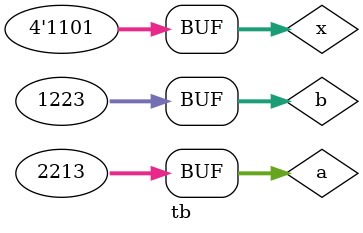
<source format=v>
module tb();
wire [31:0] out;
reg [31:0] a,b;
reg [3:0] x;
ALU A1(a,b,c,out);
initial
begin
x= 1011; a=32'd213; b=32'd123123;
#10 x= 1001; a=32'd2113; b=32'd1123;
#10 x= 1101; a=32'd2213; b=32'd1223;
end
initial 
begin
$monitor ("%t, a=%b , b=%b, x=%b, out=%b", $time , a, b, x, out);
end
endmodule

</source>
